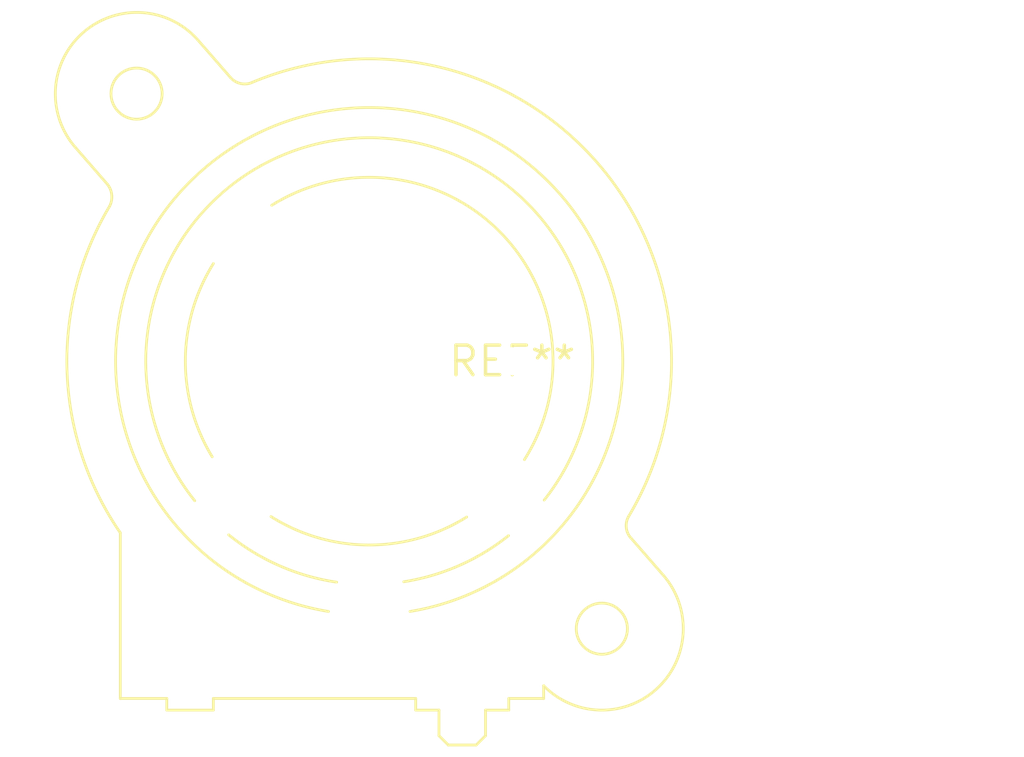
<source format=kicad_pcb>
(kicad_pcb (version 20240108) (generator pcbnew)
  (layers (0 "F.Cu" signal) (31 "B.Cu" signal) (34 "B.Paste" user) (35 "F.Paste" user) (36 "B.SilkS" user "B.Silkscreen") (37 "F.SilkS" user "F.Silkscreen") (38 "B.Mask" user) (39 "F.Mask" user) (44 "Edge.Cuts" user))
  (net 0 "")
  (footprint "Jack_XLR-6.35mm_Neutrik_NCJ9FI-V_Vertical" (layer "F.Cu") (at 0 0)
    (property "Reference" "REF**")
    (property "Value" "Jack_XLR-6.35mm_Neutrik_NCJ9FI-V_Vertical")
    (fp_line (start -17.4 -7.6) (end -18.79 -9.2) (layer "F.SilkS") (stroke (width 0.12)))
    (fp_line (start -16.85 14.5) (end -16.85 7.38) (layer "F.SilkS") (stroke (width 0.12)))
    (fp_line (start -14.85 14.5) (end -16.85 14.5) (layer "F.SilkS") (stroke (width 0.12)))
    (fp_line (start -14.85 14.5) (end -14.85 15) (layer "F.SilkS") (stroke (width 0.12)))
    (fp_line (start -13.51 -13.8) (end -12.11 -12.19) (layer "F.SilkS") (stroke (width 0.12)))
    (fp_line (start -12.85 14.5) (end -12.85 15) (layer "F.SilkS") (stroke (width 0.12)))
    (fp_line (start -12.85 15) (end -14.85 15) (layer "F.SilkS") (stroke (width 0.12)))
    (fp_line (start -4.15 14.5) (end -12.85 14.5) (layer "F.SilkS") (stroke (width 0.12)))
    (fp_line (start -4.15 14.5) (end -4.15 15) (layer "F.SilkS") (stroke (width 0.12)))
    (fp_line (start -3.15 15) (end -4.15 15) (layer "F.SilkS") (stroke (width 0.12)))
    (fp_line (start -3.15 15) (end -3.15 16.1) (layer "F.SilkS") (stroke (width 0.12)))
    (fp_line (start -3.15 16.1) (end -2.75 16.5) (layer "F.SilkS") (stroke (width 0.12)))
    (fp_line (start -1.55 16.5) (end -2.75 16.5) (layer "F.SilkS") (stroke (width 0.12)))
    (fp_line (start -1.15 15) (end -1.15 16.1) (layer "F.SilkS") (stroke (width 0.12)))
    (fp_line (start -1.15 16.1) (end -1.55 16.5) (layer "F.SilkS") (stroke (width 0.12)))
    (fp_line (start -0.15 14.5) (end -0.15 15) (layer "F.SilkS") (stroke (width 0.12)))
    (fp_line (start -0.15 15) (end -1.15 15) (layer "F.SilkS") (stroke (width 0.12)))
    (fp_line (start 1.35 13.95) (end 1.35 14.5) (layer "F.SilkS") (stroke (width 0.12)))
    (fp_line (start 1.35 14.5) (end -0.15 14.5) (layer "F.SilkS") (stroke (width 0.12)))
    (fp_line (start 5.1 7.6) (end 6.49 9.2) (layer "F.SilkS") (stroke (width 0.12)))
    (fp_arc (start -18.79 -9.2) (mid -18.45 -14.14) (end -13.51 -13.8) (layer "F.SilkS") (stroke (width 0.12)))
    (fp_arc (start -17.400452 -7.59955) (mid -17.216295 -7.14315) (end -17.31 -6.66) (layer "F.SilkS") (stroke (width 0.12)))
    (fp_arc (start -16.851206 7.374645) (mid -19.139261 0.42462) (end -17.31 -6.66) (layer "F.SilkS") (stroke (width 0.12)))
    (fp_arc (start -13.65 6) (mid -6.168408 -9.604669) (end 1.372943 5.971208) (layer "F.SilkS") (stroke (width 0.12)))
    (fp_arc (start -12.9 4.11) (mid -14.052663 -0.0501) (end -12.847348 -4.195251) (layer "F.SilkS") (stroke (width 0.12)))
    (fp_arc (start -11.201352 -11.974349) (mid 3.655031 -8.530097) (end 5.01 6.66) (layer "F.SilkS") (stroke (width 0.12)))
    (fp_arc (start -11.177539 -11.981856) (mid -11.677484 -11.93489) (end -12.11 -12.19) (layer "F.SilkS") (stroke (width 0.12)))
    (fp_arc (start -10.34 -6.7) (mid -0.544787 -5.570251) (end 0.523653 4.231839) (layer "F.SilkS") (stroke (width 0.12)))
    (fp_arc (start -7.9 10.76) (mid -6.152346 -10.90138) (end -4.395368 10.759246) (layer "F.SilkS") (stroke (width 0.12)))
    (fp_arc (start -7.55 9.5) (mid -10.007174 8.793873) (end -12.190932 7.464391) (layer "F.SilkS") (stroke (width 0.12)))
    (fp_arc (start -1.96 6.7) (mid -6.167825 7.902264) (end -10.370184 6.681029) (layer "F.SilkS") (stroke (width 0.12)))
    (fp_arc (start -0.16 7.5) (mid -2.282236 8.784674) (end -4.662837 9.482534) (layer "F.SilkS") (stroke (width 0.12)))
    (fp_arc (start 5.109394 7.611661) (mid 4.900255 7.152483) (end 5.01 6.66) (layer "F.SilkS") (stroke (width 0.12)))
    (fp_arc (start 6.49 9.2) (mid 6.227307 14.070606) (end 1.351052 13.95252) (layer "F.SilkS") (stroke (width 0.12)))
    (fp_circle (center -16.15 -11.5) (end -15.05 -11.5) (layer "F.SilkS") (stroke (width 0.12)) (fill none))
    (fp_circle (center 3.85 11.5) (end 4.95 11.5) (layer "F.SilkS") (stroke (width 0.12)) (fill none))
    (pad "1" thru_hole circle (at 0 0) (size 2.9 2.9) (drill 1.2) (layers *.Cu *.Mask) (remove_unused_layers))
    (pad "2" thru_hole circle (at -12.3 0) (size 2.9 2.9) (drill 1.2) (layers *.Cu *.Mask) (remove_unused_layers))
    (pad "3" thru_hole circle (at -6.15 6.05) (size 2.9 2.9) (drill 1.2) (layers *.Cu *.Mask) (remove_unused_layers))
    (pad "G" thru_hole circle (at -6.15 10.45) (size 2.9 2.9) (drill 1.2) (layers *.Cu *.Mask) (remove_unused_layers))
    (pad "R" thru_hole circle (at -0.35 5.8) (size 2.9 2.9) (drill 1.2) (layers *.Cu *.Mask) (remove_unused_layers))
    (pad "RN" thru_hole circle (at -3.15 3) (size 2.9 2.9) (drill 1.2) (layers *.Cu *.Mask) (remove_unused_layers))
    (pad "S" thru_hole circle (at -11.95 5.8) (size 2.9 2.9) (drill 1.2) (layers *.Cu *.Mask) (remove_unused_layers))
    (pad "SN" thru_hole circle (at -9.15 3) (size 2.9 2.9) (drill 1.2) (layers *.Cu *.Mask) (remove_unused_layers))
    (pad "T" thru_hole circle (at -11.35 -5.2) (size 2.9 2.9) (drill 1.2) (layers *.Cu *.Mask) (remove_unused_layers))
    (pad "TN" thru_hole circle (at -9.15 -3) (size 2.9 2.9) (drill 1.2) (layers *.Cu *.Mask) (remove_unused_layers))
  )
)
</source>
